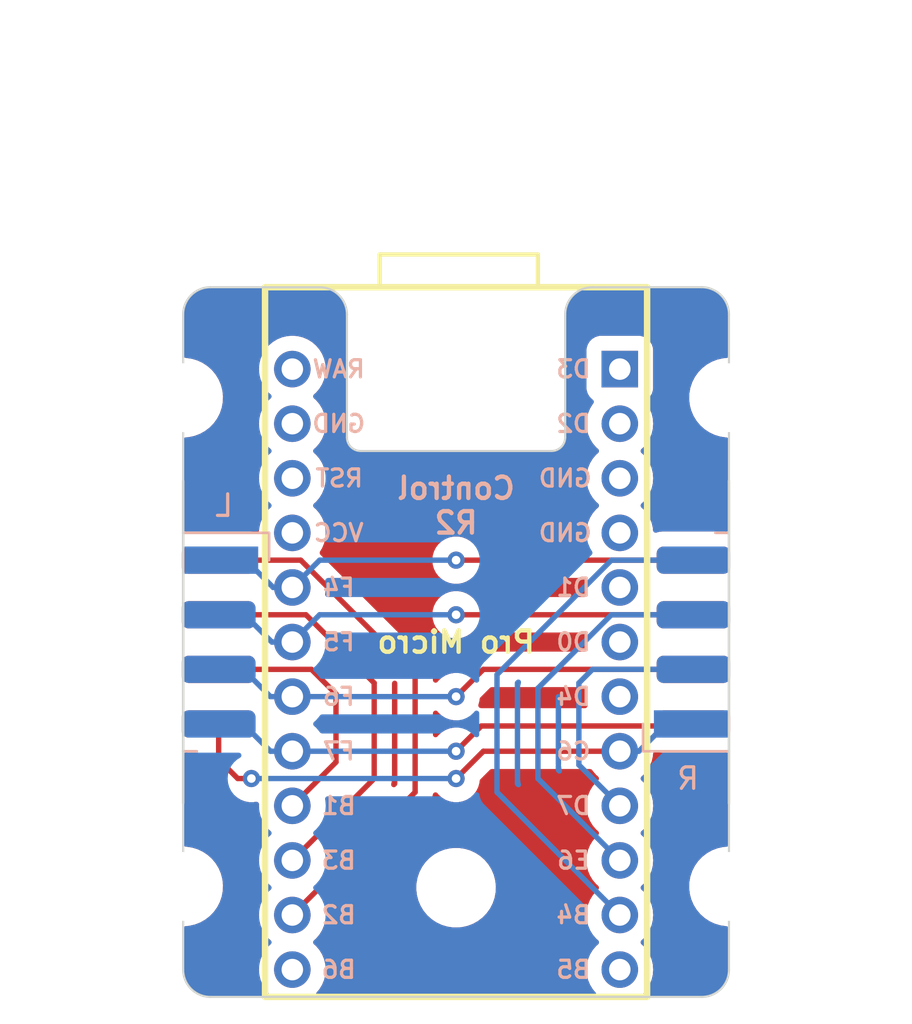
<source format=kicad_pcb>
(kicad_pcb (version 20221018) (generator pcbnew)
  (layers (0 "F.Cu" signal) (31 "B.Cu" signal) (34 "B.Paste" user) (35 "F.Paste" user) (36 "B.SilkS" user "B.Silkscreen") (37 "F.SilkS" user "F.Silkscreen") (38 "B.Mask" user) (39 "F.Mask" user) (44 "Edge.Cuts" user))
  (net 0 "")
  (net 10 "Row 1")
  (net 11 "C12 Left")
  (net 12 "Row 2")
  (net 13 "Row 3")
  (net 14 "Row 4")
  (net 15 "Row 5")
  (net 16 "C56 Right")
  (net 17 "C34 Right")
  (net 18 "C12 Right")
  (net 22 "C34 Left")
  (net 23 "C56 Left")
  (footprint "MountingHole:MountingHole_3.2mm_M3_DIN965" (layer "F.Cu") (at 88.9 106.62)
    (fp_text reference "REF**" hide)
    (fp_text value "MountingHole_3.2mm_M3_DIN965" hide)
    (pad "" np_thru_hole circle (at 0 0) (size 3.2 3.2) (drill 3.2) (layers "F&B.Cu" "*.Mask"))
  )
  (footprint "MountingHole:MountingHole_3.2mm_M3_DIN965" (layer "F.Cu") (at 114.3 83.88)
    (fp_text reference "REF**" hide)
    (fp_text value "MountingHole_3.2mm_M3_DIN965" hide)
    (pad "" np_thru_hole circle (at 0 0) (size 3.2 3.2) (drill 3.2) (layers "F&B.Cu" "*.Mask"))
  )
  (footprint "MountingHole:MountingHole_3.2mm_M3_DIN965" (layer "F.Cu") (at 114.3 106.62)
    (fp_text reference "REF**" hide)
    (fp_text value "MountingHole_3.2mm_M3_DIN965" hide)
    (pad "" np_thru_hole circle (at 0 0) (size 3.2 3.2) (drill 3.2) (layers "F&B.Cu" "*.Mask"))
  )
  (footprint "MountingHole:MountingHole_3.2mm_M3_DIN965" (layer "F.Cu") (at 88.9 83.88)
    (fp_text reference "REF**" hide)
    (fp_text value "MountingHole_3.2mm_M3_DIN965" hide)
    (pad "" np_thru_hole circle (at 0 0) (size 3.2 3.2) (drill 3.2) (layers "*.Cu" "*.Mask"))
  )
  (footprint "MountingHole:MountingHole_3.2mm_M3_DIN965" (layer "F.Cu") (at 101.6 106.68)
    (fp_text reference "REF**" hide)
    (fp_text value "MountingHole_3.2mm_M3_DIN965" hide)
    (pad "" np_thru_hole circle (at 0 0) (size 3.2 3.2) (drill 3.2) (layers "F&B.Cu" "*.Mask"))
  )
  (footprint "Keyboard_JSA:ProMicro Reversed" (layer "B.Cu") (at 101.6 95.25 180)
    (fp_text reference "U1" hide)
    (fp_text value "ProMicro" hide)
    (fp_text user "D4" (at -5.461 -2.54) (layer "B.SilkS") (effects (font (size 0.8 0.8)) (justify mirror)))
    (fp_text user "D0" (at -5.461 0) (layer "B.SilkS") (effects (font (size 0.8 0.8)) (justify mirror)))
    (fp_text user "F4" (at 5.461 2.54) (layer "B.SilkS") (effects (font (size 0.8 0.8)) (justify mirror)))
    (fp_text user "D2" (at -5.461 10.16) (layer "B.SilkS") (effects (font (size 0.8 0.8)) (justify mirror)))
    (fp_text user "B1" (at 5.461 -7.62) (layer "B.SilkS") (effects (font (size 0.8 0.8)) (justify mirror)))
    (fp_text user "B5" (at -5.461 -15.24) (layer "B.SilkS") (effects (font (size 0.8 0.8)) (justify mirror)))
    (fp_text user "B3" (at 5.461 -10.16) (layer "B.SilkS") (effects (font (size 0.8 0.8)) (justify mirror)))
    (fp_text user "GND" (at 5.461 10.16) (layer "B.SilkS") (effects (font (size 0.8 0.8)) (justify mirror)))
    (fp_text user "RST" (at 5.4356 7.62) (layer "B.SilkS") (effects (font (size 0.8 0.8)) (justify mirror)))
    (fp_text user "B6" (at 5.461 -15.24) (layer "B.SilkS") (effects (font (size 0.8 0.8)) (justify mirror)))
    (fp_text user "C6" (at -5.461 -5.08) (layer "B.SilkS") (effects (font (size 0.8 0.8)) (justify mirror)))
    (fp_text user "F7" (at 5.461 -5.08) (layer "B.SilkS") (effects (font (size 0.8 0.8)) (justify mirror)))
    (fp_text user "VCC" (at 5.461 5.08) (layer "B.SilkS") (effects (font (size 0.8 0.8)) (justify mirror)))
    (fp_text user "E6" (at -5.461 -10.16) (layer "B.SilkS") (effects (font (size 0.8 0.8)) (justify mirror)))
    (fp_text user "D3" (at -5.461 12.7) (layer "B.SilkS") (effects (font (size 0.8 0.8)) (justify mirror)))
    (fp_text user "B4" (at -5.461 -12.7) (layer "B.SilkS") (effects (font (size 0.8 0.8)) (justify mirror)))
    (fp_text user "B2" (at 5.461 -12.7) (layer "B.SilkS") (effects (font (size 0.8 0.8)) (justify mirror)))
    (fp_text user "F5" (at 5.461 0) (layer "B.SilkS") (effects (font (size 0.8 0.8)) (justify mirror)))
    (fp_text user "RAW" (at 5.461 12.7) (layer "B.SilkS") (effects (font (size 0.8 0.8)) (justify mirror)))
    (fp_text user "F6" (at 5.461 -2.54) (layer "B.SilkS") (effects (font (size 0.8 0.8)) (justify mirror)))
    (fp_text user "GND" (at -5.08 5.08) (layer "B.SilkS") (effects (font (size 0.8 0.8)) (justify mirror)))
    (fp_text user "D1" (at -5.461 2.54) (layer "B.SilkS") (effects (font (size 0.8 0.8)) (justify mirror)))
    (fp_text user "D7" (at -5.461 -7.62) (layer "B.SilkS") (effects (font (size 0.8 0.8)) (justify mirror)))
    (fp_text user "GND" (at -5.08 7.62) (layer "B.SilkS") (effects (font (size 0.8 0.8)) (justify mirror)))
    (fp_text user "Pro Micro" (at 0 0 unlocked) (layer "F.SilkS") (effects (font (thickness 0.2)) (justify mirror)))
    (fp_line (start -8.89 -16.51) (end 8.89 -16.51) (stroke (width 0.3)) (layer "F.SilkS"))
    (fp_line (start -8.89 16.51) (end -8.89 -16.51) (stroke (width 0.3)) (layer "F.SilkS"))
    (fp_line (start -3.81 16.51) (end -3.81 18.034) (stroke (width 0.2)) (layer "F.SilkS"))
    (fp_line (start -3.81 18.034) (end 3.556 18.034) (stroke (width 0.2)) (layer "F.SilkS"))
    (fp_line (start 3.556 18.034) (end 3.556 16.51) (stroke (width 0.2)) (layer "F.SilkS"))
    (fp_line (start 8.89 -16.51) (end 8.89 16.51) (stroke (width 0.3)) (layer "F.SilkS"))
    (fp_line (start 8.89 16.51) (end -8.89 16.51) (stroke (width 0.3)) (layer "F.SilkS"))
    (pad "1" thru_hole rect (at -7.62 12.7 180) (size 1.7 1.7) (drill 1) (layers "*.Cu" "B.Mask"))
    (pad "2" thru_hole circle (at -7.62 10.16 180) (size 1.7 1.7) (drill 1) (layers "*.Cu" "B.Mask"))
    (pad "3" thru_hole circle (at -7.62 7.62 270) (size 1.7 1.7) (drill 1) (layers "*.Cu" "B.Mask"))
    (pad "4" thru_hole circle (at -7.62 5.08 180) (size 1.7 1.7) (drill 1) (layers "*.Cu" "B.Mask"))
    (pad "5" thru_hole circle (at -7.62 2.54 180) (size 1.7 1.7) (drill 1) (layers "*.Cu" "B.Mask"))
    (pad "6" thru_hole circle (at -7.62 0 180) (size 1.7 1.7) (drill 1) (layers "*.Cu" "B.Mask"))
    (pad "7" thru_hole circle (at -7.62 -2.54 180) (size 1.7 1.7) (drill 1) (layers "*.Cu" "B.Mask"))
    (pad "8" thru_hole circle (at -7.62 -5.08 180) (size 1.7 1.7) (drill 1) (layers "*.Cu" "B.Mask") (net 15 "Row 5"))
    (pad "9" thru_hole circle (at -7.62 -7.62 180) (size 1.7 1.7) (drill 1) (layers "*.Cu" "B.Mask") (net 16 "C56 Right"))
    (pad "10" thru_hole circle (at -7.62 -10.16 180) (size 1.7 1.7) (drill 1) (layers "*.Cu" "B.Mask") (net 17 "C34 Right"))
    (pad "11" thru_hole circle (at -7.62 -12.7 180) (size 1.7 1.7) (drill 1) (layers "*.Cu" "B.Mask") (net 18 "C12 Right"))
    (pad "12" thru_hole circle (at -7.62 -15.24 180) (size 1.7 1.7) (drill 1) (layers "*.Cu" "B.Mask"))
    (pad "13" thru_hole circle (at 7.62 -15.24 180) (size 1.7 1.7) (drill 1) (layers "*.Cu" "B.Mask"))
    (pad "14" thru_hole circle (at 7.62 -12.7 180) (size 1.7 1.7) (drill 1) (layers "*.Cu" "B.Mask") (net 11 "C12 Left"))
    (pad "15" thru_hole circle (at 7.62 -10.16 180) (size 1.7 1.7) (drill 1) (layers "*.Cu" "B.Mask") (net 22 "C34 Left"))
    (pad "16" thru_hole circle (at 7.62 -7.62 270) (size 1.7 1.7) (drill 1) (layers "*.Cu" "B.Mask") (net 23 "C56 Left"))
    (pad "17" thru_hole circle (at 7.62 -5.08 180) (size 1.7 1.7) (drill 1) (layers "*.Cu" "B.Mask") (net 14 "Row 4"))
    (pad "18" thru_hole circle (at 7.62 -2.54 180) (size 1.7 1.7) (drill 1) (layers "*.Cu" "B.Mask") (net 13 "Row 3"))
    (pad "19" thru_hole circle (at 7.62 0 180) (size 1.7 1.7) (drill 1) (layers "*.Cu" "B.Mask") (net 12 "Row 2"))
    (pad "20" thru_hole circle (at 7.62 2.54 180) (size 1.7 1.7) (drill 1) (layers "*.Cu" "B.Mask") (net 10 "Row 1"))
    (pad "21" thru_hole circle (at 7.62 5.08 180) (size 1.7 1.7) (drill 1) (layers "*.Cu" "B.Mask"))
    (pad "22" thru_hole circle (at 7.62 7.62 180) (size 1.7 1.7) (drill 1) (layers "*.Cu" "B.Mask"))
    (pad "23" thru_hole circle (at 7.62 10.16 270) (size 1.7 1.7) (drill 1) (layers "*.Cu" "B.Mask"))
    (pad "24" thru_hole circle (at 7.62 12.7 180) (size 1.7 1.7) (drill 1) (layers "*.Cu" "B.Mask"))
  )
  (footprint "Keyboard_JSA:matrix_connector" (layer "B.Cu") (at 114.3 95.25 180)
    (fp_text reference "J2" hide)
    (fp_text value "Conn_02x04_Odd_Even" hide)
    (fp_line (start 0.635 5.08) (end 0 5.08) (stroke (width 0.12)) (layer "B.SilkS"))
    (fp_line (start 4 -5.08) (end 0 -5.08) (stroke (width 0.12)) (layer "B.SilkS"))
    (fp_line (start 4 -3.81) (end 4 -5.08) (stroke (width 0.12)) (layer "B.SilkS"))
    (fp_line (start 0 7.5) (end 0 -7.5) (stroke (width 0.12)) (layer "Edge.Cuts"))
    (pad "1" connect rect (at 1.778 -3.81 90) (size 1.27 3.429) (layers "B.Cu" "B.Mask") (net 15 "Row 5"))
    (pad "2" connect roundrect (at 1.651 -3.81 270) (size 1.27 3.429) (layers "F.Cu" "F.Mask") (net 14 "Row 4"))
    (pad "3" connect roundrect (at 1.651 -1.27 90) (size 1.27 3.429) (layers "B.Cu" "B.Mask") (net 16 "C56 Right"))
    (pad "4" connect roundrect (at 1.651 -1.27 270) (size 1.27 3.429) (layers "F.Cu" "F.Mask") (net 13 "Row 3"))
    (pad "5" connect roundrect (at 1.651 1.27 90) (size 1.27 3.429) (layers "B.Cu" "B.Mask") (net 17 "C34 Right"))
    (pad "6" connect roundrect (at 1.651 1.27 270) (size 1.27 3.429) (layers "F.Cu" "F.Mask") (net 12 "Row 2"))
    (pad "7" connect roundrect (at 1.651 3.81 90) (size 1.27 3.429) (layers "B.Cu" "B.Mask") (net 18 "C12 Right"))
    (pad "8" connect roundrect (at 1.651 3.81 270) (size 1.27 3.429) (layers "F.Cu" "F.Mask") (net 10 "Row 1"))
  )
  (footprint "Keyboard_JSA:matrix_connector" (layer "B.Cu") (at 88.9 95.25)
    (fp_text reference "J1" hide)
    (fp_text value "Conn_02x04_Odd_Even" hide)
    (fp_line (start 0.635 5.08) (end 0 5.08) (stroke (width 0.12)) (layer "B.SilkS"))
    (fp_line (start 4 -5.08) (end 0 -5.08) (stroke (width 0.12)) (layer "B.SilkS"))
    (fp_line (start 4 -3.81) (end 4 -5.08) (stroke (width 0.12)) (layer "B.SilkS"))
    (fp_line (start 0 7.5) (end 0 -7.5) (stroke (width 0.12)) (layer "Edge.Cuts"))
    (pad "1" connect rect (at 1.778 -3.81 270) (size 1.27 3.429) (layers "B.Cu" "B.Mask") (net 10 "Row 1"))
    (pad "2" connect roundrect (at 1.651 -3.81 90) (size 1.27 3.429) (layers "F.Cu" "F.Mask") (net 11 "C12 Left"))
    (pad "3" connect roundrect (at 1.651 -1.27 270) (size 1.27 3.429) (layers "B.Cu" "B.Mask") (net 12 "Row 2"))
    (pad "4" connect roundrect (at 1.651 -1.27 90) (size 1.27 3.429) (layers "F.Cu" "F.Mask") (net 22 "C34 Left"))
    (pad "5" connect roundrect (at 1.651 1.27 270) (size 1.27 3.429) (layers "B.Cu" "B.Mask") (net 13 "Row 3"))
    (pad "6" connect roundrect (at 1.651 1.27 90) (size 1.27 3.429) (layers "F.Cu" "F.Mask") (net 23 "C56 Left"))
    (pad "7" connect roundrect (at 1.651 3.81 270) (size 1.27 3.429) (layers "B.Cu" "B.Mask") (net 14 "Row 4"))
    (pad "8" connect roundrect (at 1.651 3.81 90) (size 1.27 3.429) (layers "F.Cu" "F.Mask") (net 15 "Row 5"))
  )
  (gr_arc (start 106.68 85.725) (mid 106.494013 86.174013) (end 106.045 86.36) (stroke (width 0.1)) (layer "Edge.Cuts"))
  (gr_line (start 95.25 78.74) (end 90.17 78.74) (stroke (width 0.1)) (layer "Edge.Cuts"))
  (gr_arc (start 106.68 80.01) (mid 107.051974 79.111974) (end 107.95 78.74) (stroke (width 0.1)) (layer "Edge.Cuts"))
  (gr_arc (start 90.17 111.76) (mid 89.271974 111.388026) (end 88.9 110.49) (stroke (width 0.1)) (layer "Edge.Cuts"))
  (gr_arc (start 113.03 78.74) (mid 113.928026 79.111974) (end 114.3 80.01) (stroke (width 0.1)) (layer "Edge.Cuts"))
  (gr_line (start 114.3 110.49) (end 114.3 102.75) (stroke (width 0.1)) (layer "Edge.Cuts"))
  (gr_line (start 106.68 85.725) (end 106.68 80.01) (stroke (width 0.1)) (layer "Edge.Cuts"))
  (gr_arc (start 97.155 86.36) (mid 96.705987 86.174013) (end 96.52 85.725) (stroke (width 0.1)) (layer "Edge.Cuts"))
  (gr_arc (start 88.9 80.01) (mid 89.271974 79.111974) (end 90.17 78.74) (stroke (width 0.1)) (layer "Edge.Cuts"))
  (gr_line (start 88.9 80.01) (end 88.9 87.75) (stroke (width 0.1)) (layer "Edge.Cuts"))
  (gr_arc (start 95.25 78.74) (mid 96.148026 79.111974) (end 96.52 80.01) (stroke (width 0.1)) (layer "Edge.Cuts"))
  (gr_line (start 88.9 102.75) (end 88.9 110.49) (stroke (width 0.1)) (layer "Edge.Cuts"))
  (gr_arc (start 114.3 110.49) (mid 113.928026 111.388026) (end 113.03 111.76) (stroke (width 0.1)) (layer "Edge.Cuts"))
  (gr_line (start 96.52 80.01) (end 96.52 85.725) (stroke (width 0.1)) (layer "Edge.Cuts"))
  (gr_line (start 97.155 86.36) (end 106.045 86.36) (stroke (width 0.1)) (layer "Edge.Cuts"))
  (gr_line (start 113.03 111.76) (end 90.17 111.76) (stroke (width 0.1)) (layer "Edge.Cuts"))
  (gr_line (start 114.3 80.01) (end 114.3 87.75) (stroke (width 0.1)) (layer "Edge.Cuts"))
  (gr_line (start 107.95 78.74) (end 113.03 78.74) (stroke (width 0.1)) (layer "Edge.Cuts"))
  (gr_text "Control\nR2" (at 101.6 88.9) (layer "B.SilkS") (effects (font (size 1 1) (thickness 0.2)) (justify mirror)))
  (gr_text "R" (at 112.395 101.6) (layer "B.SilkS") (effects (font (size 1 1)) (justify mirror)))
  (gr_text "L" (at 90.805 88.9) (layer "B.SilkS") (effects (font (size 1 1)) (justify mirror)))
  (segment (start 101.6 91.44) (end 112.649 91.44) (width 0.25) (layer "F.Cu") (net 10))
  (via (at 101.6 91.44) (size 0.8) (drill 0.4) (layers "F.Cu" "B.Cu") (net 10))
  (segment (start 95.25 91.44) (end 101.6 91.44) (width 0.25) (layer "B.Cu") (net 10))
  (segment (start 90.678 91.44) (end 91.821 91.44) (width 0.25) (layer "B.Cu") (net 10))
  (segment (start 91.821 91.44) (end 93.091 92.71) (width 0.25) (layer "B.Cu") (net 10))
  (segment (start 93.091 92.71) (end 93.98 92.71) (width 0.25) (layer "B.Cu") (net 10))
  (segment (start 93.98 92.71) (end 95.25 91.44) (width 0.25) (layer "B.Cu") (net 10))
  (segment (start 94.371701 91.44) (end 99.695 96.763299) (width 0.25) (layer "F.Cu") (net 11))
  (segment (start 99.695 96.763299) (end 99.695 102.235) (width 0.25) (layer "F.Cu") (net 11))
  (segment (start 99.695 102.235) (end 93.98 107.95) (width 0.25) (layer "F.Cu") (net 11))
  (segment (start 90.551 91.44) (end 94.371701 91.44) (width 0.25) (layer "F.Cu") (net 11))
  (segment (start 101.6 93.98) (end 112.649 93.98) (width 0.25) (layer "F.Cu") (net 12))
  (via (at 101.6 93.98) (size 0.8) (drill 0.4) (layers "F.Cu" "B.Cu") (net 12))
  (segment (start 90.551 93.98) (end 91.7575 93.98) (width 0.25) (layer "B.Cu") (net 12))
  (segment (start 93.0275 95.25) (end 93.98 95.25) (width 0.25) (layer "B.Cu") (net 12))
  (segment (start 95.25 93.98) (end 101.6 93.98) (width 0.25) (layer "B.Cu") (net 12))
  (segment (start 91.7575 93.98) (end 93.0275 95.25) (width 0.25) (layer "B.Cu") (net 12))
  (segment (start 93.98 95.25) (end 95.25 93.98) (width 0.25) (layer "B.Cu") (net 12))
  (segment (start 101.6 97.79) (end 102.87 96.52) (width 0.25) (layer "F.Cu") (net 13))
  (segment (start 102.87 96.52) (end 112.649 96.52) (width 0.25) (layer "F.Cu") (net 13))
  (via (at 101.6 97.79) (size 0.8) (drill 0.4) (layers "F.Cu" "B.Cu") (net 13))
  (segment (start 93.98 97.79) (end 101.6 97.79) (width 0.25) (layer "B.Cu") (net 13))
  (segment (start 92.964 97.79) (end 93.98 97.79) (width 0.25) (layer "B.Cu") (net 13))
  (segment (start 91.694 96.52) (end 92.964 97.79) (width 0.25) (layer "B.Cu") (net 13))
  (segment (start 90.551 96.52) (end 91.694 96.52) (width 0.25) (layer "B.Cu") (net 13))
  (segment (start 102.775 99.155) (end 112.554 99.155) (width 0.25) (layer "F.Cu") (net 14))
  (segment (start 101.6 100.33) (end 102.775 99.155) (width 0.25) (layer "F.Cu") (net 14))
  (via (at 101.6 100.33) (size 0.8) (drill 0.4) (layers "F.Cu" "B.Cu") (net 14))
  (segment (start 91.694 99.06) (end 92.964 100.33) (width 0.25) (layer "B.Cu") (net 14))
  (segment (start 92.964 100.33) (end 93.98 100.33) (width 0.25) (layer "B.Cu") (net 14))
  (segment (start 93.98 100.33) (end 101.6 100.33) (width 0.25) (layer "B.Cu") (net 14))
  (segment (start 90.551 99.06) (end 91.694 99.06) (width 0.25) (layer "B.Cu") (net 14))
  (segment (start 90.551 100.711) (end 91.44 101.6) (width 0.25) (layer "F.Cu") (net 15))
  (segment (start 91.44 101.6) (end 92.075 101.6) (width 0.25) (layer "F.Cu") (net 15))
  (segment (start 109.22 100.33) (end 102.87 100.33) (width 0.25) (layer "F.Cu") (net 15))
  (segment (start 90.551 99.06) (end 90.551 100.711) (width 0.25) (layer "F.Cu") (net 15))
  (segment (start 102.87 100.33) (end 101.6 101.6) (width 0.25) (layer "F.Cu") (net 15))
  (via (at 92.075 101.6) (size 0.8) (drill 0.4) (layers "F.Cu" "B.Cu") (net 15))
  (via (at 101.6 101.6) (size 0.8) (drill 0.4) (layers "F.Cu" "B.Cu") (net 15))
  (segment (start 112.0775 99.06) (end 111.379 99.06) (width 0.25) (layer "B.Cu") (net 15))
  (segment (start 101.6 101.6) (end 92.075 101.6) (width 0.25) (layer "B.Cu") (net 15))
  (segment (start 110.109 100.33) (end 109.22 100.33) (width 0.25) (layer "B.Cu") (net 15))
  (segment (start 111.379 99.06) (end 110.109 100.33) (width 0.25) (layer "B.Cu") (net 15))
  (segment (start 112.649 96.52) (end 107.95 96.52) (width 0.25) (layer "B.Cu") (net 16))
  (segment (start 107.315 100.965) (end 109.22 102.87) (width 0.25) (layer "B.Cu") (net 16))
  (segment (start 107.315 97.155) (end 107.315 100.965) (width 0.25) (layer "B.Cu") (net 16))
  (segment (start 107.95 96.52) (end 107.315 97.155) (width 0.25) (layer "B.Cu") (net 16))
  (segment (start 108.828299 93.98) (end 105.41 97.398299) (width 0.25) (layer "B.Cu") (net 17))
  (segment (start 112.649 93.98) (end 108.828299 93.98) (width 0.25) (layer "B.Cu") (net 17))
  (segment (start 105.41 97.398299) (end 105.41 101.6) (width 0.25) (layer "B.Cu") (net 17))
  (segment (start 105.41 101.6) (end 109.22 105.41) (width 0.25) (layer "B.Cu") (net 17))
  (segment (start 103.505 102.235) (end 109.22 107.95) (width 0.25) (layer "B.Cu") (net 18))
  (segment (start 103.505 96.763299) (end 103.505 102.235) (width 0.25) (layer "B.Cu") (net 18))
  (segment (start 108.828299 91.44) (end 103.505 96.763299) (width 0.25) (layer "B.Cu") (net 18))
  (segment (start 112.649 91.44) (end 108.828299 91.44) (width 0.25) (layer "B.Cu") (net 18))
  (segment (start 97.79 101.6) (end 93.98 105.41) (width 0.25) (layer "F.Cu") (net 22))
  (segment (start 94.615 93.98) (end 97.79 97.155) (width 0.25) (layer "F.Cu") (net 22))
  (segment (start 90.551 93.98) (end 94.615 93.98) (width 0.25) (layer "F.Cu") (net 22))
  (segment (start 97.79 97.155) (end 97.79 101.6) (width 0.25) (layer "F.Cu") (net 22))
  (segment (start 94.869 96.52) (end 96.012 97.663) (width 0.25) (layer "F.Cu") (net 23))
  (segment (start 96.012 100.838) (end 93.98 102.87) (width 0.25) (layer "F.Cu") (net 23))
  (segment (start 96.012 97.663) (end 96.012 100.838) (width 0.25) (layer "F.Cu") (net 23))
  (segment (start 90.551 96.52) (end 94.869 96.52) (width 0.25) (layer "F.Cu") (net 23))
  (zone (net 0) (net_name "") (layers "F&B.Cu") (connect_pads (clearance 0.7)) (min_thickness 0.254) (fill yes (thermal_gap 0.508) (thermal_bridge_width 0.508))
    (polygon (pts (xy 118.11 113.03) (xy 85.09 113.03) (xy 85.09 76.2) (xy 118.11 76.2)))
  )
)
</source>
